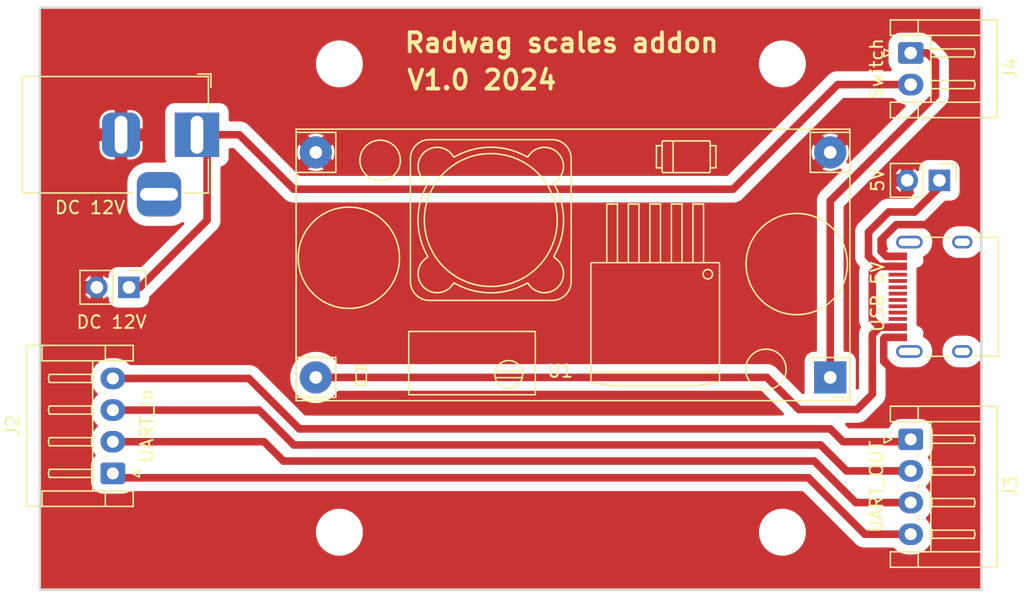
<source format=kicad_pcb>
(kicad_pcb (version 20221018) (generator pcbnew)
  (layers (0 "F.Cu" signal) (31 "B.Cu" signal) (34 "B.Paste" user) (35 "F.Paste" user) (36 "B.SilkS" user "B.Silkscreen") (37 "F.SilkS" user "F.Silkscreen") (38 "B.Mask" user) (39 "F.Mask" user) (44 "Edge.Cuts" user))
  (net 0 "")
  (net 1 "+12V")
  (net 2 "GND")
  (net 3 "/UART_1")
  (net 4 "/UART_2")
  (net 5 "/UART_3")
  (net 6 "/UART_4")
  (net 7 "/+12V_SW")
  (net 8 "+5V")
  (footprint "--local:USB_C_Receptacle_HRO_TYPE-C-31-M-12" (layer "F.Cu") (at 136.735 58.4 90)
    (fp_text reference "USB 5V" (at 0 -4.22 90) (layer "F.SilkS"))
    (fp_text value "TYPE-C-31-M-12")
    (fp_line (start -4.7 -0.475) (end -4.7 1.525) (stroke (width 0.12)) (layer "F.SilkS"))
    (fp_line (start -4.7 3.425) (end -4.7 5.325) (stroke (width 0.12)) (layer "F.SilkS"))
    (fp_line (start -4.7 5.325) (end 4.7 5.325) (stroke (width 0.12)) (layer "F.SilkS"))
    (fp_line (start 4.7 -0.475) (end 4.7 1.525) (stroke (width 0.12)) (layer "F.SilkS"))
    (fp_line (start 4.7 3.425) (end 4.7 5.325) (stroke (width 0.12)) (layer "F.SilkS"))
    (pad "" np_thru_hole circle (at -2.89 -1.175 90) (size 0.65 0.65) (drill 0.65) (layers "*.Cu" "*.Mask"))
    (pad "" np_thru_hole circle (at 2.89 -1.175 90) (size 0.65 0.65) (drill 0.65) (layers "*.Cu" "*.Mask"))
    (pad "A1" smd rect (at -3.2 -2.62 90) (size 0.6 1.45) (layers "F.Cu" "F.Paste" "F.Mask") (net 2 "GND"))
    (pad "A4" smd rect (at -2.4 -2.62 90) (size 0.6 1.45) (layers "F.Cu" "F.Paste" "F.Mask") (net 8 "+5V"))
    (pad "A5" smd rect (at -1.25 -2.62 90) (size 0.3 1.45) (layers "F.Cu" "F.Paste" "F.Mask"))
    (pad "A6" smd rect (at -0.25 -2.62 90) (size 0.3 1.45) (layers "F.Cu" "F.Paste" "F.Mask"))
    (pad "A7" smd rect (at 0.25 -2.62 90) (size 0.3 1.45) (layers "F.Cu" "F.Paste" "F.Mask"))
    (pad "A8" smd rect (at 1.25 -2.62 90) (size 0.3 1.45) (layers "F.Cu" "F.Paste" "F.Mask"))
    (pad "A9" smd rect (at 2.4 -2.62 90) (size 0.6 1.45) (layers "F.Cu" "F.Paste" "F.Mask") (net 8 "+5V"))
    (pad "A12" smd rect (at 3.2 -2.62 90) (size 0.6 1.45) (layers "F.Cu" "F.Paste" "F.Mask") (net 2 "GND"))
    (pad "B1" smd rect (at 3.2 -2.62 90) (size 0.6 1.45) (layers "F.Cu" "F.Paste" "F.Mask") (net 2 "GND"))
    (pad "B4" smd rect (at 2.4 -2.62 90) (size 0.6 1.45) (layers "F.Cu" "F.Paste" "F.Mask") (net 8 "+5V"))
    (pad "B5" smd rect (at 1.75 -2.62 90) (size 0.3 1.45) (layers "F.Cu" "F.Paste" "F.Mask"))
    (pad "B6" smd rect (at 0.75 -2.62 90) (size 0.3 1.45) (layers "F.Cu" "F.Paste" "F.Mask"))
    (pad "B7" smd rect (at -0.75 -2.62 90) (size 0.3 1.45) (layers "F.Cu" "F.Paste" "F.Mask"))
    (pad "B8" smd rect (at -1.75 -2.62 90) (size 0.3 1.45) (layers "F.Cu" "F.Paste" "F.Mask"))
    (pad "B9" smd rect (at -2.4 -2.62 90) (size 0.6 1.45) (layers "F.Cu" "F.Paste" "F.Mask") (net 8 "+5V"))
    (pad "B12" smd rect (at -3.2 -2.62 90) (size 0.6 1.45) (layers "F.Cu" "F.Paste" "F.Mask") (net 2 "GND"))
    (pad "S1" thru_hole oval (at -4.32 -1.705 90) (size 1 2.1) (drill oval 0.6 1.7) (layers "*.Cu" "*.Mask"))
    (pad "S1" thru_hole oval (at -4.32 2.475 90) (size 1 1.6) (drill oval 0.6 1.2) (layers "*.Cu" "*.Mask"))
    (pad "S1" thru_hole oval (at 4.32 -1.705 90) (size 1 2.1) (drill oval 0.6 1.7) (layers "*.Cu" "*.Mask"))
    (pad "S1" thru_hole oval (at 4.32 2.475 90) (size 1 1.6) (drill oval 0.6 1.2) (layers "*.Cu" "*.Mask"))
  )
  (footprint "Connector_BarrelJack:BarrelJack_Horizontal" (layer "F.Cu") (at 78.75 45.6)
    (fp_text reference "DC 12V" (at -8.45 5.75) (layer "F.SilkS"))
    (fp_text value "Barrel_Jack_MountingPin")
    (fp_line (start -13.8 -4.6) (end 0.9 -4.6) (stroke (width 0.12)) (layer "F.SilkS"))
    (fp_line (start -13.8 4.6) (end -13.8 -4.6) (stroke (width 0.12)) (layer "F.SilkS"))
    (fp_line (start -5 4.6) (end -13.8 4.6) (stroke (width 0.12)) (layer "F.SilkS"))
    (fp_line (start 0.05 -4.8) (end 1.1 -4.8) (stroke (width 0.12)) (layer "F.SilkS"))
    (fp_line (start 0.9 -4.6) (end 0.9 -2) (stroke (width 0.12)) (layer "F.SilkS"))
    (fp_line (start 0.9 1.9) (end 0.9 4.6) (stroke (width 0.12)) (layer "F.SilkS"))
    (fp_line (start 0.9 4.6) (end -1 4.6) (stroke (width 0.12)) (layer "F.SilkS"))
    (fp_line (start 1.1 -3.75) (end 1.1 -4.8) (stroke (width 0.12)) (layer "F.SilkS"))
    (pad "1" thru_hole rect (at 0 0) (size 3.5 3.5) (drill oval 1 3) (layers "*.Cu" "*.Mask") (net 1 "+12V"))
    (pad "2" thru_hole roundrect (at -6 0) (size 3 3.5) (drill oval 1 3) (layers "*.Cu" "*.Mask") (net 2 "GND"))
    (pad "3" thru_hole roundrect (at -3 4.7) (size 3.5 3.5) (drill oval 3 1) (layers "*.Cu" "*.Mask"))
  )
  (footprint "MountingHole:MountingHole_3.2mm_M3" (layer "F.Cu") (at 125 40)
    (fp_text reference "H2")
    (fp_text value "MountingHole")
    (pad "" np_thru_hole circle (at 0 0) (size 3.2 3.2) (drill 3.2) (layers "*.Cu" "*.Mask"))
  )
  (footprint "MountingHole:MountingHole_3.2mm_M3" (layer "F.Cu") (at 90 77)
    (fp_text reference "H3")
    (fp_text value "MountingHole")
    (pad "" np_thru_hole circle (at 0 0) (size 3.2 3.2) (drill 3.2) (layers "*.Cu" "*.Mask"))
  )
  (footprint "Connector_JST:JST_EH_S4B-EH_1x04_P2.50mm_Horizontal" (layer "F.Cu") (at 72.1 72.35 90)
    (fp_text reference "J2" (at 3.75 -7.9 90) (layer "F.SilkS"))
    (fp_text value "UART_In" (at 3.75 2.7 90) (layer "F.SilkS"))
    (fp_line (start -2.61 -6.81) (end 10.11 -6.81) (stroke (width 0.12)) (layer "F.SilkS"))
    (fp_line (start -2.61 -5.59) (end -1.39 -5.59) (stroke (width 0.12)) (layer "F.SilkS"))
    (fp_line (start -2.61 1.61) (end -2.61 -6.81) (stroke (width 0.12)) (layer "F.SilkS"))
    (fp_line (start -1.39 -5.59) (end -1.39 -0.59) (stroke (width 0.12)) (layer "F.SilkS"))
    (fp_line (start -1.39 -1.59) (end 8.89 -1.59) (stroke (width 0.12)) (layer "F.SilkS"))
    (fp_line (start -1.39 -0.59) (end -2.61 -0.59) (stroke (width 0.12)) (layer "F.SilkS"))
    (fp_line (start -1.39 -0.59) (end -1.39 1.61) (stroke (width 0.12)) (layer "F.SilkS"))
    (fp_line (start -1.39 1.61) (end -2.61 1.61) (stroke (width 0.12)) (layer "F.SilkS"))
    (fp_line (start -0.32 -5.01) (end 0 -5.09) (stroke (width 0.12)) (layer "F.SilkS"))
    (fp_line (start -0.32 -1.59) (end -0.32 -5.01) (stroke (width 0.12)) (layer "F.SilkS"))
    (fp_line (start -0.3 2.1) (end 0.3 2.1) (stroke (width 0.12)) (layer "F.SilkS"))
    (fp_line (start 0 -5.09) (end 0.32 -5.01) (stroke (width 0.12)) (layer "F.SilkS"))
    (fp_line (start 0 -1.59) (end -0.32 -1.59) (stroke (width 0.12)) (layer "F.SilkS"))
    (fp_line (start 0 1.5) (end -0.3 2.1) (stroke (width 0.12)) (layer "F.SilkS"))
    (fp_line (start 0.3 2.1) (end 0 1.5) (stroke (width 0.12)) (layer "F.SilkS"))
    (fp_line (start 0.32 -5.01) (end 0.32 -1.59) (stroke (width 0.12)) (layer "F.SilkS"))
    (fp_line (start 0.32 -1.59) (end 0 -1.59) (stroke (width 0.12)) (layer "F.SilkS"))
    (fp_line (start 1.17 -0.59) (end 1.33 -0.59) (stroke (width 0.12)) (layer "F.SilkS"))
    (fp_line (start 2.18 -5.01) (end 2.5 -5.09) (stroke (width 0.12)) (layer "F.SilkS"))
    (fp_line (start 2.18 -1.59) (end 2.18 -5.01) (stroke (width 0.12)) (layer "F.SilkS"))
    (fp_line (start 2.5 -5.09) (end 2.82 -5.01) (stroke (width 0.12)) (layer "F.SilkS"))
    (fp_line (start 2.5 -1.59) (end 2.18 -1.59) (stroke (width 0.12)) (layer "F.SilkS"))
    (fp_line (start 2.82 -5.01) (end 2.82 -1.59) (stroke (width 0.12)) (layer "F.SilkS"))
    (fp_line (start 2.82 -1.59) (end 2.5 -1.59) (stroke (width 0.12)) (layer "F.SilkS"))
    (fp_line (start 3.67 -0.59) (end 3.83 -0.59) (stroke (width 0.12)) (layer "F.SilkS"))
    (fp_line (start 4.68 -5.01) (end 5 -5.09) (stroke (width 0.12)) (layer "F.SilkS"))
    (fp_line (start 4.68 -1.59) (end 4.68 -5.01) (stroke (width 0.12)) (layer "F.SilkS"))
    (fp_line (start 5 -5.09) (end 5.32 -5.01) (stroke (width 0.12)) (layer "F.SilkS"))
    (fp_line (start 5 -1.59) (end 4.68 -1.59) (stroke (width 0.12)) (layer "F.SilkS"))
    (fp_line (start 5.32 -5.01) (end 5.32 -1.59) (stroke (width 0.12)) (layer "F.SilkS"))
    (fp_line (start 5.32 -1.59) (end 5 -1.59) (stroke (width 0.12)) (layer "F.SilkS"))
    (fp_line (start 6.17 -0.59) (end 6.33 -0.59) (stroke (width 0.12)) (layer "F.SilkS"))
    (fp_line (start 7.18 -5.01) (end 7.5 -5.09) (stroke (width 0.12)) (layer "F.SilkS"))
    (fp_line (start 7.18 -1.59) (end 7.18 -5.01) (stroke (width 0.12)) (layer "F.SilkS"))
    (fp_line (start 7.5 -5.09) (end 7.82 -5.01) (stroke (width 0.12)) (layer "F.SilkS"))
    (fp_line (start 7.5 -1.59) (end 7.18 -1.59) (stroke (width 0.12)) (layer "F.SilkS"))
    (fp_line (start 7.82 -5.01) (end 7.82 -1.59) (stroke (width 0.12)) (layer "F.SilkS"))
    (fp_line (start 7.82 -1.59) (end 7.5 -1.59) (stroke (width 0.12)) (layer "F.SilkS"))
    (fp_line (start 8.89 -5.59) (end 8.89 -0.59) (stroke (width 0.12)) (layer "F.SilkS"))
    (fp_line (start 8.89 -0.59) (end 10.11 -0.59) (stroke (width 0.12)) (layer "F.SilkS"))
    (fp_line (start 8.89 1.61) (end 8.89 -0.59) (stroke (width 0.12)) (layer "F.SilkS"))
    (fp_line (start 10.11 -6.81) (end 10.11 1.61) (stroke (width 0.12)) (layer "F.SilkS"))
    (fp_line (start 10.11 -5.59) (end 8.89 -5.59) (stroke (width 0.12)) (layer "F.SilkS"))
    (fp_line (start 10.11 1.61) (end 8.89 1.61) (stroke (width 0.12)) (layer "F.SilkS"))
    (pad "1" thru_hole roundrect (at 0 0 90) (size 1.7 1.95) (drill 0.95) (layers "*.Cu" "*.Mask") (roundrect_rratio 0.147059) (net 3 "/UART_1"))
    (pad "2" thru_hole oval (at 2.5 0 90) (size 1.7 1.95) (drill 0.95) (layers "*.Cu" "*.Mask") (net 4 "/UART_2"))
    (pad "3" thru_hole oval (at 5 0 90) (size 1.7 1.95) (drill 0.95) (layers "*.Cu" "*.Mask") (net 5 "/UART_3"))
    (pad "4" thru_hole oval (at 7.5 0 90) (size 1.7 1.95) (drill 0.95) (layers "*.Cu" "*.Mask") (net 6 "/UART_4"))
  )
  (footprint "Connector_PinHeader_2.54mm:PinHeader_1x02_P2.54mm_Vertical" (layer "F.Cu") (at 73.375 57.65 -90)
    (fp_text reference "DC 12V" (at 2.75 1.375 -180) (layer "F.SilkS"))
    (fp_text value "Power IN")
    (fp_line (start -1.33 -1.33) (end 0 -1.33) (stroke (width 0.12)) (layer "F.SilkS"))
    (fp_line (start -1.33 0) (end -1.33 -1.33) (stroke (width 0.12)) (layer "F.SilkS"))
    (fp_line (start -1.33 1.27) (end -1.33 3.87) (stroke (width 0.12)) (layer "F.SilkS"))
    (fp_line (start -1.33 1.27) (end 1.33 1.27) (stroke (width 0.12)) (layer "F.SilkS"))
    (fp_line (start -1.33 3.87) (end 1.33 3.87) (stroke (width 0.12)) (layer "F.SilkS"))
    (fp_line (start 1.33 1.27) (end 1.33 3.87) (stroke (width 0.12)) (layer "F.SilkS"))
    (pad "1" thru_hole rect (at 0 0 270) (size 1.7 1.7) (drill 1) (layers "*.Cu" "*.Mask") (net 1 "+12V"))
    (pad "2" thru_hole oval (at 0 2.54 270) (size 1.7 1.7) (drill 1) (layers "*.Cu" "*.Mask") (net 2 "GND"))
  )
  (footprint "Connector_PinHeader_2.54mm:PinHeader_1x02_P2.54mm_Vertical" (layer "F.Cu") (at 137.4 49.2 -90)
    (fp_text reference "J5")
    (fp_text value "5V" (at 0 4.87 -90) (layer "F.SilkS"))
    (fp_line (start -1.33 -1.33) (end 0 -1.33) (stroke (width 0.12)) (layer "F.SilkS"))
    (fp_line (start -1.33 0) (end -1.33 -1.33) (stroke (width 0.12)) (layer "F.SilkS"))
    (fp_line (start -1.33 1.27) (end -1.33 3.87) (stroke (width 0.12)) (layer "F.SilkS"))
    (fp_line (start -1.33 1.27) (end 1.33 1.27) (stroke (width 0.12)) (layer "F.SilkS"))
    (fp_line (start -1.33 3.87) (end 1.33 3.87) (stroke (width 0.12)) (layer "F.SilkS"))
    (fp_line (start 1.33 1.27) (end 1.33 3.87) (stroke (width 0.12)) (layer "F.SilkS"))
    (pad "1" thru_hole rect (at 0 0 270) (size 1.7 1.7) (drill 1) (layers "*.Cu" "*.Mask") (net 8 "+5V"))
    (pad "2" thru_hole oval (at 0 2.54 270) (size 1.7 1.7) (drill 1) (layers "*.Cu" "*.Mask") (net 2 "GND"))
  )
  (footprint "MountingHole:MountingHole_3.2mm_M3" (layer "F.Cu") (at 125 77)
    (fp_text reference "H4")
    (fp_text value "MountingHole")
    (pad "" np_thru_hole circle (at 0 0) (size 3.2 3.2) (drill 3.2) (layers "*.Cu" "*.Mask"))
  )
  (footprint "--local:YAAJ_DCDC_StepDown_LM2596" (layer "F.Cu") (at 128.778 64.77 180)
    (fp_text reference "U1" (at 21.336 0.508) (layer "F.SilkS"))
    (fp_text value "YAAJ_DCDC_StepDown_LM2596")
    (fp_line (start -1.555 -1.835) (end -1.555 19.615) (stroke (width 0.12)) (layer "F.SilkS"))
    (fp_line (start -1.555 19.615) (end 42.195 19.615) (stroke (width 0.12)) (layer "F.SilkS"))
    (fp_line (start -1.55 -1.58) (end -0.25 -1.58) (stroke (width 0.12)) (layer "F.SilkS"))
    (fp_line (start -1.55 1.575) (end 1.58 1.58) (stroke (width 0.12)) (layer "F.SilkS"))
    (fp_line (start -1.55 16.2) (end 1.58 16.2) (stroke (width 0.12)) (layer "F.SilkS"))
    (fp_line (start -1.55 19.36) (end 1.58 19.36) (stroke (width 0.12)) (layer "F.SilkS"))
    (fp_line (start 1.58 1.27) (end 1.58 1.58) (stroke (width 0.12)) (layer "F.SilkS"))
    (fp_line (start 1.58 16.2) (end 1.58 19.36) (stroke (width 0.12)) (layer "F.SilkS"))
    (fp_line (start 8.749233 1.004149) (end 8.749233 1.165687) (stroke (width 0.12)) (layer "F.SilkS"))
    (fp_line (start 8.750233 -0.36239) (end 10.400233 -0.653329) (stroke (width 0.12)) (layer "F.SilkS"))
    (fp_line (start 8.750233 8.989106) (end 8.750233 -0.36239) (stroke (width 0.12)) (layer "F.SilkS"))
    (fp_line (start 8.750233 8.989106) (end 8.827797 9.06667) (stroke (width 0.12)) (layer "F.SilkS"))
    (fp_line (start 8.827797 9.06667) (end 18.83267 9.06667) (stroke (width 0.12)) (layer "F.SilkS"))
    (fp_line (start 9.031636 16.558217) (end 9.481636 16.558217) (stroke (width 0.12)) (layer "F.SilkS"))
    (fp_line (start 9.031636 18.308217) (end 9.031636 16.558217) (stroke (width 0.12)) (layer "F.SilkS"))
    (fp_line (start 9.481636 18.308217) (end 9.031636 18.308217) (stroke (width 0.12)) (layer "F.SilkS"))
    (fp_line (start 9.481636 18.583217) (end 9.481636 16.283217) (stroke (width 0.12)) (layer "F.SilkS"))
    (fp_line (start 9.581636 16.183217) (end 13.181636 16.183217) (stroke (width 0.12)) (layer "F.SilkS"))
    (fp_line (start 10.010233 13.69667) (end 10.010233 9.06667) (stroke (width 0.12)) (layer "F.SilkS"))
    (fp_line (start 10.010233 13.69667) (end 10.850233 13.69667) (stroke (width 0.12)) (layer "F.SilkS"))
    (fp_line (start 10.400233 -0.653329) (end 17.260233 -0.653329) (stroke (width 0.12)) (layer "F.SilkS"))
    (fp_line (start 10.850233 13.69667) (end 10.850233 9.06667) (stroke (width 0.12)) (layer "F.SilkS"))
    (fp_line (start 11.710233 13.69667) (end 11.710233 9.06667) (stroke (width 0.12)) (layer "F.SilkS"))
    (fp_line (start 11.710233 13.69667) (end 12.550233 13.69667) (stroke (width 0.12)) (layer "F.SilkS"))
    (fp_line (start 12.411358 16.283217) (end 12.411358 18.583217) (stroke (width 0.12)) (layer "F.SilkS"))
    (fp_line (start 12.550233 13.69667) (end 12.550233 9.06667) (stroke (width 0.12)) (layer "F.SilkS"))
    (fp_line (start 13.181636 18.683217) (end 9.581636 18.683217) (stroke (width 0.12)) (layer "F.SilkS"))
    (fp_line (start 13.281636 16.283217) (end 13.281636 18.583217) (stroke (width 0.12)) (layer "F.SilkS"))
    (fp_line (start 13.281636 16.558217) (end 13.731636 16.558217) (stroke (width 0.12)) (layer "F.SilkS"))
    (fp_line (start 13.282636 16.794696) (end 13.282636 16.700144) (stroke (width 0.12)) (layer "F.SilkS"))
    (fp_line (start 13.410233 13.69667) (end 13.410233 9.06667) (stroke (width 0.12)) (layer "F.SilkS"))
    (fp_line (start 13.410233 13.69667) (end 14.250233 13.69667) (stroke (width 0.12)) (layer "F.SilkS"))
    (fp_line (start 13.731636 16.558217) (end 13.731636 18.308217) (stroke (width 0.12)) (layer "F.SilkS"))
    (fp_line (start 13.731636 18.308217) (end 13.281636 18.308217) (stroke (width 0.12)) (layer "F.SilkS"))
    (fp_line (start 14.250233 13.69667) (end 14.250233 9.06667) (stroke (width 0.12)) (layer "F.SilkS"))
    (fp_line (start 15.110233 13.69667) (end 15.110233 9.06667) (stroke (width 0.12)) (layer "F.SilkS"))
    (fp_line (start 15.110233 13.69667) (end 15.950233 13.69667) (stroke (width 0.12)) (layer "F.SilkS"))
    (fp_line (start 15.950233 13.69667) (end 15.950233 9.06667) (stroke (width 0.12)) (layer "F.SilkS"))
    (fp_line (start 16.810233 13.69667) (end 16.810233 9.06667) (stroke (width 0.12)) (layer "F.SilkS"))
    (fp_line (start 16.810233 13.69667) (end 17.650233 13.69667) (stroke (width 0.12)) (layer "F.SilkS"))
    (fp_line (start 17.260233 -0.653329) (end 18.910233 -0.36239) (stroke (width 0.12)) (layer "F.SilkS"))
    (fp_line (start 17.650233 13.69667) (end 17.650233 9.06667) (stroke (width 0.12)) (layer "F.SilkS"))
    (fp_line (start 18.83267 9.06667) (end 18.910233 8.989106) (stroke (width 0.12)) (layer "F.SilkS"))
    (fp_line (start 18.910233 0.42667) (end 8.750233 0.42667) (stroke (width 0.12)) (layer "F.SilkS"))
    (fp_line (start 18.910233 8.989106) (end 18.910233 -0.36239) (stroke (width 0.12)) (layer "F.SilkS"))
    (fp_line (start 20.467397 7.585796) (end 20.467397 17.285796) (stroke (width 0.12)) (layer "F.SilkS"))
    (fp_line (start 21.967397 18.785796) (end 31.667397 18.785796) (stroke (width 0.12)) (layer "F.SilkS"))
    (fp_line (start 23.299783 3.582294) (end 23.299783 -1.317705) (stroke (width 0.12)) (layer "F.SilkS"))
    (fp_line (start 23.349783 -1.367705) (end 33.249783 -1.367705) (stroke (width 0.12)) (layer "F.SilkS"))
    (fp_line (start 24.336385 -0.0491) (end 24.360553 -0.017705) (stroke (width 0.12)) (layer "F.SilkS"))
    (fp_line (start 24.348594 0.007294) (end 24.324147 0.002062) (stroke (width 0.12)) (layer "F.SilkS"))
    (fp_line (start 24.348594 0.007294) (end 24.355764 -0.023925) (stroke (width 0.12)) (layer "F.SilkS"))
    (fp_line (start 24.348594 0.007294) (end 24.360553 -0.017705) (stroke (width 0.12)) (layer "F.SilkS"))
    (fp_line (start 24.360553 0.482294) (end 26.439014 0.482294) (stroke (width 0.12)) (layer "F.SilkS"))
    (fp_line (start 26.439014 -0.017705) (end 24.360553 -0.017705) (stroke (width 0.12)) (layer "F.SilkS"))
    (fp_line (start 31.667397 6.085796) (end 21.967397 6.085796) (stroke (width 0.12)) (layer "F.SilkS"))
    (fp_line (start 31.858978 -1.368705) (end 31.814106 -1.368705) (stroke (width 0.12)) (layer "F.SilkS"))
    (fp_line (start 31.942312 -1.368705) (end 31.908357 -1.368705) (stroke (width 0.12)) (layer "F.SilkS"))
    (fp_line (start 33.167397 17.285796) (end 33.167397 7.585796) (stroke (width 0.12)) (layer "F.SilkS"))
    (fp_line (start 33.249783 3.632294) (end 23.349783 3.632294) (stroke (width 0.12)) (layer "F.SilkS"))
    (fp_line (start 33.299783 -1.317705) (end 33.299783 3.582294) (stroke (width 0.12)) (layer "F.SilkS"))
    (fp_line (start 36.648681 -0.299704) (end 37.448681 -0.299704) (stroke (width 0.12)) (layer "F.SilkS"))
    (fp_line (start 36.648681 0.980295) (end 36.648681 -0.619704) (stroke (width 0.12)) (layer "F.SilkS"))
    (fp_line (start 37.448681 -0.619704) (end 36.648681 -0.619704) (stroke (width 0.12)) (layer "F.SilkS"))
    (fp_line (start 37.448681 -0.619704) (end 37.448681 0.980295) (stroke (width 0.12)) (layer "F.SilkS"))
    (fp_line (start 37.448681 0.660295) (end 36.648681 0.660295) (stroke (width 0.12)) (layer "F.SilkS"))
    (fp_line (start 37.448681 0.980295) (end 36.648681 0.980295) (stroke (width 0.12)) (layer "F.SilkS"))
    (fp_line (start 39.06 -1.58) (end 42.175 -1.58) (stroke (width 0.12)) (layer "F.SilkS"))
    (fp_line (start 39.06 1.58) (end 39.06 -1.58) (stroke (width 0.12)) (layer "F.SilkS"))
    (fp_line (start 39.06 1.58) (end 42.22 1.58) (stroke (width 0.12)) (layer "F.SilkS"))
    (fp_line (start 39.06 16.2) (end 42.175 16.2) (stroke (width 0.12)) (layer "F.SilkS"))
    (fp_line (start 39.06 19.36) (end 39.06 16.2) (stroke (width 0.12)) (layer "F.SilkS"))
    (fp_line (start 39.06 19.36) (end 42.175 19.36) (stroke (width 0.12)) (layer "F.SilkS"))
    (fp_line (start 42.195 -1.835) (end -1.555 -1.835) (stroke (width 0.12)) (layer "F.SilkS"))
    (fp_line (start 42.195 19.615) (end 42.195 -1.835) (stroke (width 0.12)) (layer "F.SilkS"))
    (fp_arc (start 9.481636 16.283217) (mid 9.510921 16.212508) (end 9.581636 16.183217) (stroke (width 0.12)) (layer "F.SilkS"))
    (fp_arc (start 9.581636 18.683217) (mid 9.510931 18.653935) (end 9.481636 18.583217) (stroke (width 0.12)) (layer "F.SilkS"))
    (fp_arc (start 13.181636 16.183217) (mid 13.252353 16.212514) (end 13.281636 16.283217) (stroke (width 0.12)) (layer "F.SilkS"))
    (fp_arc (start 13.281636 18.583217) (mid 13.252343 18.653929) (end 13.181636 18.683217) (stroke (width 0.12)) (layer "F.SilkS"))
    (fp_arc (start 20.467397 7.585796) (mid 20.906738 6.525137) (end 21.967397 6.085796) (stroke (width 0.12)) (layer "F.SilkS"))
    (fp_arc (start 21.781131 9.46601) (mid 21.825179 9.52623) (end 21.815218 9.600183) (stroke (width 0.12)) (layer "F.SilkS"))
    (fp_arc (start 21.781132 9.466011) (mid 21.514101 7.132501) (end 23.847611 7.399531) (stroke (width 0.12)) (layer "F.SilkS"))
    (fp_arc (start 21.815217 15.271409) (mid 21.825126 15.345337) (end 21.781132 15.405582) (stroke (width 0.12)) (layer "F.SilkS"))
    (fp_arc (start 21.815218 15.27141) (mid 21.067399 12.435797) (end 21.815218 9.600183) (stroke (width 0.12)) (layer "F.SilkS"))
    (fp_arc (start 21.967397 18.785796) (mid 20.90674 18.346455) (end 20.467397 17.285796) (stroke (width 0.12)) (layer "F.SilkS"))
    (fp_arc (start 23.299783 -1.317705) (mid 23.314428 -1.353063) (end 23.349783 -1.367705) (stroke (width 0.12)) (layer "F.SilkS"))
    (fp_arc (start 23.349783 3.632294) (mid 23.314441 3.617643) (end 23.299783 3.582294) (stroke (width 0.12)) (layer "F.SilkS"))
    (fp_arc (start 23.847611 17.472062) (mid 21.514153 17.739048) (end 21.781132 15.405582) (stroke (width 0.12)) (layer "F.SilkS"))
    (fp_arc (start 23.847611 17.472062) (mid 23.907835 17.428062) (end 23.981783 17.437976) (stroke (width 0.12)) (layer "F.SilkS"))
    (fp_arc (start 23.981783 7.433617) (mid 23.907854 7.443509) (end 23.847611 7.399531) (stroke (width 0.12)) (layer "F.SilkS"))
    (fp_arc (start 23.981784 7.433617) (mid 26.817398 6.685796) (end 29.653011 7.433617) (stroke (width 0.12)) (layer "F.SilkS"))
    (fp_arc (start 24.324148 0.462527) (mid 26.469639 -0.023582) (end 24.336385 0.51369) (stroke (width 0.12)) (layer "F.SilkS"))
    (fp_arc (start 29.653011 17.437976) (mid 26.817397 18.185797) (end 23.981783 17.437976) (stroke (width 0.12)) (layer "F.SilkS"))
    (fp_arc (start 29.653011 17.437976) (mid 29.726938 17.428069) (end 29.787183 17.472062) (stroke (width 0.12)) (layer "F.SilkS"))
    (fp_arc (start 29.787183 7.399531) (mid 29.726945 7.443551) (end 29.653011 7.433617) (stroke (width 0.12)) (layer "F.SilkS"))
    (fp_arc (start 29.787183 7.399531) (mid 32.120655 7.132547) (end 31.853662 9.466011) (stroke (width 0.12)) (layer "F.SilkS"))
    (fp_arc (start 31.667397 6.085796) (mid 32.728061 6.525135) (end 33.167397 7.585796) (stroke (width 0.12)) (layer "F.SilkS"))
    (fp_arc (start 31.819576 9.600183) (mid 32.567399 12.435797) (end 31.819576 15.27141) (stroke (width 0.12)) (layer "F.SilkS"))
    (fp_arc (start 31.819577 9.600184) (mid 31.809685 9.526255) (end 31.853662 9.466011) (stroke (width 0.12)) (layer "F.SilkS"))
    (fp_arc (start 31.853662 15.405582) (mid 32.120701 17.739101) (end 29.787183 17.472062) (stroke (width 0.12)) (layer "F.SilkS"))
    (fp_arc (start 31.853663 15.405583) (mid 31.809646 15.345344) (end 31.819576 15.27141) (stroke (width 0.12)) (layer "F.SilkS"))
    (fp_arc (start 33.167397 17.285796) (mid 32.728058 18.346458) (end 31.667397 18.785796) (stroke (width 0.12)) (layer "F.SilkS"))
    (fp_arc (start 33.249783 -1.367705) (mid 33.285151 -1.353067) (end 33.299783 -1.317705) (stroke (width 0.12)) (layer "F.SilkS"))
    (fp_arc (start 33.299783 3.582294) (mid 33.285139 3.617647) (end 33.249783 3.632294) (stroke (width 0.12)) (layer "F.SilkS"))
    (fp_circle (center 2.646666 8.957418) (end 6.646666 8.957418) (stroke (width 0.12)) (fill none) (layer "F.SilkS"))
    (fp_circle (center 5.08 0.635) (end 6.678999 0.635) (stroke (width 0.12)) (fill none) (layer "F.SilkS"))
    (fp_circle (center 9.673179 8.154594) (end 10.048179 8.154594) (stroke (width 0.12)) (fill none) (layer "F.SilkS"))
    (fp_circle (center 26.817397 12.435796) (end 32.067397 12.435796) (stroke (width 0.12)) (fill none) (layer "F.SilkS"))
    (fp_circle (center 35.56 17.145) (end 37.159 17.145) (stroke (width 0.12)) (fill none) (layer "F.SilkS"))
    (fp_circle (center 38.029307 9.455206) (end 42.029307 9.455206) (stroke (width 0.12)) (fill none) (layer "F.SilkS"))
    (pad "1" thru_hole rect (at 0 0 180) (size 2.54 2.54) (drill 1) (layers "*.Cu" "*.Mask") (net 7 "/+12V_SW"))
    (pad "2" thru_hole circle (at 0 17.78 180) (size 2.54 2.54) (drill 1) (layers "*.Cu" "*.Mask") (net 2 "GND"))
    (pad "3" thru_hole circle (at 40.64 17.78 180) (size 2.54 2.54) (drill 1) (layers "*.Cu" "*.Mask") (net 2 "GND"))
    (pad "4" thru_hole circle (at 40.64 0 180) (size 2.54 2.54) (drill 1) (layers "*.Cu" "*.Mask") (net 8 "+5V"))
  )
  (footprint "Connector_JST:JST_EH_S2B-EH_1x02_P2.50mm_Horizontal" (layer "F.Cu") (at 135.1355 39.136 -90)
    (fp_text reference "J4" (at 1.25 -7.9 90) (layer "F.SilkS"))
    (fp_text value "Switch" (at 1.25 2.7 90) (layer "F.SilkS"))
    (fp_line (start -2.61 -6.81) (end 5.11 -6.81) (stroke (width 0.12)) (layer "F.SilkS"))
    (fp_line (start -2.61 -5.59) (end -1.39 -5.59) (stroke (width 0.12)) (layer "F.SilkS"))
    (fp_line (start -2.61 1.61) (end -2.61 -6.81) (stroke (width 0.12)) (layer "F.SilkS"))
    (fp_line (start -1.39 -5.59) (end -1.39 -0.59) (stroke (width 0.12)) (layer "F.SilkS"))
    (fp_line (start -1.39 -1.59) (end 3.89 -1.59) (stroke (width 0.12)) (layer "F.SilkS"))
    (fp_line (start -1.39 -0.59) (end -2.61 -0.59) (stroke (width 0.12)) (layer "F.SilkS"))
    (fp_line (start -1.39 -0.59) (end -1.39 1.61) (stroke (width 0.12)) (layer "F.SilkS"))
    (fp_line (start -1.39 1.61) (end -2.61 1.61) (stroke (width 0.12)) (layer "F.SilkS"))
    (fp_line (start -0.32 -5.01) (end 0 -5.09) (stroke (width 0.12)) (layer "F.SilkS"))
    (fp_line (start -0.32 -1.59) (end -0.32 -5.01) (stroke (width 0.12)) (layer "F.SilkS"))
    (fp_line (start -0.3 2.1) (end 0.3 2.1) (stroke (width 0.12)) (layer "F.SilkS"))
    (fp_line (start 0 -5.09) (end 0.32 -5.01) (stroke (width 0.12)) (layer "F.SilkS"))
    (fp_line (start 0 -1.59) (end -0.32 -1.59) (stroke (width 0.12)) (layer "F.SilkS"))
    (fp_line (start 0 1.5) (end -0.3 2.1) (stroke (width 0.12)) (layer "F.SilkS"))
    (fp_line (start 0.3 2.1) (end 0 1.5) (stroke (width 0.12)) (layer "F.SilkS"))
    (fp_line (start 0.32 -5.01) (end 0.32 -1.59) (stroke (width 0.12)) (layer "F.SilkS"))
    (fp_line (start 0.32 -1.59) (end 0 -1.59) (stroke (width 0.12)) (layer "F.SilkS"))
    (fp_line (start 1.17 -0.59) (end 1.33 -0.59) (stroke (width 0.12)) (layer "F.SilkS"))
    (fp_line (start 2.18 -5.01) (end 2.5 -5.09) (stroke (width 0.12)) (layer "F.SilkS"))
    (fp_line (start 2.18 -1.59) (end 2.18 -5.01) (stroke (width 0.12)) (layer "F.SilkS"))
    (fp_line (start 2.5 -5.09) (end 2.82 -5.01) (stroke (width 0.12)) (layer "F.SilkS"))
    (fp_line (start 2.5 -1.59) (end 2.18 -1.59) (stroke (width 0.12)) (layer "F.SilkS"))
    (fp_line (start 2.82 -5.01) (end 2.82 -1.59) (stroke (width 0.12)) (layer "F.SilkS"))
    (fp_line (start 2.82 -1.59) (end 2.5 -1.59) (stroke (width 0.12)) (layer "F.SilkS"))
    (fp_line (start 3.89 -5.59) (end 3.89 -0.59) (stroke (width 0.12)) (layer "F.SilkS"))
    (fp_line (start 3.89 -0.59) (end 5.11 -0.59) (stroke (width 0.12)) (layer "F.SilkS"))
    (fp_line (start 3.89 1.61) (end 3.89 -0.59) (stroke (width 0.12)) (layer "F.SilkS"))
    (fp_line (start 5.11 -6.81) (end 5.11 1.61) (stroke (width 0.12)) (layer "F.SilkS"))
    (fp_line (start 5.11 -5.59) (end 3.89 -5.59) (stroke (width 0.12)) (layer "F.SilkS"))
    (fp_line (start 5.11 1.61) (end 3.89 1.61) (stroke (width 0.12)) (layer "F.SilkS"))
    (pad "1" thru_hole roundrect (at 0 0 270) (size 1.7 2) (drill 1) (layers "*.Cu" "*.Mask") (roundrect_rratio 0.147059) (net 7 "/+12V_SW"))
    (pad "2" thru_hole oval (at 2.5 0 270) (size 1.7 2) (drill 1) (layers "*.Cu" "*.Mask") (net 1 "+12V"))
  )
  (footprint "Connector_JST:JST_EH_S4B-EH_1x04_P2.50mm_Horizontal" (layer "F.Cu") (at 135.1355 69.656 -90)
    (fp_text reference "J3" (at 3.75 -7.9 90) (layer "F.SilkS"))
    (fp_text value "UART_OUT" (at 3.75 2.7 90) (layer "F.SilkS"))
    (fp_line (start -2.61 -6.81) (end 10.11 -6.81) (stroke (width 0.12)) (layer "F.SilkS"))
    (fp_line (start -2.61 -5.59) (end -1.39 -5.59) (stroke (width 0.12)) (layer "F.SilkS"))
    (fp_line (start -2.61 1.61) (end -2.61 -6.81) (stroke (width 0.12)) (layer "F.SilkS"))
    (fp_line (start -1.39 -5.59) (end -1.39 -0.59) (stroke (width 0.12)) (layer "F.SilkS"))
    (fp_line (start -1.39 -1.59) (end 8.89 -1.59) (stroke (width 0.12)) (layer "F.SilkS"))
    (fp_line (start -1.39 -0.59) (end -2.61 -0.59) (stroke (width 0.12)) (layer "F.SilkS"))
    (fp_line (start -1.39 -0.59) (end -1.39 1.61) (stroke (width 0.12)) (layer "F.SilkS"))
    (fp_line (start -1.39 1.61) (end -2.61 1.61) (stroke (width 0.12)) (layer "F.SilkS"))
    (fp_line (start -0.32 -5.01) (end 0 -5.09) (stroke (width 0.12)) (layer "F.SilkS"))
    (fp_line (start -0.32 -1.59) (end -0.32 -5.01) (stroke (width 0.12)) (layer "F.SilkS"))
    (fp_line (start -0.3 2.1) (end 0.3 2.1) (stroke (width 0.12)) (layer "F.SilkS"))
    (fp_line (start 0 -5.09) (end 0.32 -5.01) (stroke (width 0.12)) (layer "F.SilkS"))
    (fp_line (start 0 -1.59) (end -0.32 -1.59) (stroke (width 0.12)) (layer "F.SilkS"))
    (fp_line (start 0 1.5) (end -0.3 2.1) (stroke (width 0.12)) (layer "F.SilkS"))
    (fp_line (start 0.3 2.1) (end 0 1.5) (stroke (width 0.12)) (layer "F.SilkS"))
    (fp_line (start 0.32 -5.01) (end 0.32 -1.59) (stroke (width 0.12)) (layer "F.SilkS"))
    (fp_line (start 0.32 -1.59) (end 0 -1.59) (stroke (width 0.12)) (layer "F.SilkS"))
    (fp_line (start 1.17 -0.59) (end 1.33 -0.59) (stroke (width 0.12)) (layer "F.SilkS"))
    (fp_line (start 2.18 -5.01) (end 2.5 -5.09) (stroke (width 0.12)) (layer "F.SilkS"))
    (fp_line (start 2.18 -1.59) (end 2.18 -5.01) (stroke (width 0.12)) (layer "F.SilkS"))
    (fp_line (start 2.5 -5.09) (end 2.82 -5.01) (stroke (width 0.12)) (layer "F.SilkS"))
    (fp_line (start 2.5 -1.59) (end 2.18 -1.59) (stroke (width 0.12)) (layer "F.SilkS"))
    (fp_line (start 2.82 -5.01) (end 2.82 -1.59) (stroke (width 0.12)) (layer "F.SilkS"))
    (fp_line (start 2.82 -1.59) (end 2.5 -1.59) (stroke (width 0.12)) (layer "F.SilkS"))
    (fp_line (start 3.67 -0.59) (end 3.83 -0.59) (stroke (width 0.12)) (layer "F.SilkS"))
    (fp_line (start 4.68 -5.01) (end 5 -5.09) (stroke (width 0.12)) (layer "F.SilkS"))
    (fp_line (start 4.68 -1.59) (end 4.68 -5.01) (stroke (width 0.12)) (layer "F.SilkS"))
    (fp_line (start 5 -5.09) (end 5.32 -5.01) (stroke (width 0.12)) (layer "F.SilkS"))
    (fp_line (start 5 -1.59) (end 4.68 -1.59) (stroke (width 0.12)) (layer "F.SilkS"))
    (fp_line (start 5.32 -5.01) (end 5.32 -1.59) (stroke (width 0.12)) (layer "F.SilkS"))
    (fp_line (start 5.32 -1.59) (end 5 -1.59) (stroke (width 0.12)) (layer "F.SilkS"))
    (fp_line (start 6.17 -0.59) (end 6.33 -0.59) (stroke (width 0.12)) (layer "F.SilkS"))
    (fp_line (start 7.18 -5.01) (end 7.5 -5.09) (stroke (width 0.12)) (layer "F.SilkS"))
    (fp_line (start 7.18 -1.59) (end 7.18 -5.01) (stroke (width 0.12)) (layer "F.SilkS"))
    (fp_line (start 7.5 -5.09) (end 7.82 -5.01) (stroke (width 0.12)) (layer "F.SilkS"))
    (fp_line (start 7.5 -1.59) (end 7.18 -1.59) (stroke (width 0.12)) (layer "F.SilkS"))
    (fp_line (start 7.82 -5.01) (end 7.82 -1.59) (stroke (width 0.12)) (layer "F.SilkS"))
    (fp_line (start 7.82 -1.59) (end 7.5 -1.59) (stroke (width 0.12)) (layer "F.SilkS"))
    (fp_line (start 8.89 -5.59) (end 8.89 -0.59) (stroke (width 0.12)) (layer "F.SilkS"))
    (fp_line (start 8.89 -0.59) (end 10.11 -0.59) (stroke (width 0.12)) (layer "F.SilkS"))
    (fp_line (start 8.89 1.61) (end 8.89 -0.59) (stroke (width 0.12)) (layer "F.SilkS"))
    (fp_line (start 10.11 -6.81) (end 10.11 1.61) (stroke (width 0.12)) (layer "F.SilkS"))
    (fp_line (start 10.11 -5.59) (end 8.89 -5.59) (stroke (width 0.12)) (layer "F.SilkS"))
    (fp_line (start 10.11 1.61) (end 8.89 1.61) (stroke (width 0.12)) (layer "F.SilkS"))
    (pad "1" thru_hole roundrect (at 0 0 270) (size 1.7 1.95) (drill 0.95) (layers "*.Cu" "*.Mask") (roundrect_rratio 0.147059) (net 6 "/UART_4"))
    (pad "2" thru_hole oval (at 2.5 0 270) (size 1.7 1.95) (drill 0.95) (layers "*.Cu" "*.Mask") (net 5 "/UART_3"))
    (pad "3" thru_hole oval (at 5 0 270) (size 1.7 1.95) (drill 0.95) (layers "*.Cu" "*.Mask") (net 4 "/UART_2"))
    (pad "4" thru_hole oval (at 7.5 0 270) (size 1.7 1.95) (drill 0.95) (layers "*.Cu" "*.Mask") (net 3 "/UART_1"))
  )
  (footprint "MountingHole:MountingHole_3.2mm_M3" (layer "F.Cu") (at 90 40)
    (fp_text reference "H1")
    (fp_text value "MountingHole")
    (pad "" np_thru_hole circle (at 0 0) (size 3.2 3.2) (drill 3.2) (layers "*.Cu" "*.Mask"))
  )
  (gr_rect (start 66.33 35.56) (end 140.716 81.534) (stroke (width 0.2)) (fill none) (layer "Edge.Cuts"))
  (gr_text "V1.0 2024" (at 95.2 42.15) (layer "F.SilkS") (effects (font (size 1.5 1.5) (thickness 0.3) bold) (justify left bottom)))
  (gr_text "Radwag scales addon " (at 95 39.2) (layer "F.SilkS") (effects (font (size 1.5 1.5) (thickness 0.3) bold) (justify left bottom)))
  (segment (start 73.375 57.65) (end 74.25 57.65) (width 0.6) (layer "F.Cu") (net 1))
  (segment (start 86.4 49.9) (end 121.1 49.9) (width 0.6) (layer "F.Cu") (net 1))
  (segment (start 79.55 46.4) (end 78.75 45.6) (width 0.6) (layer "F.Cu") (net 1))
  (segment (start 79.55 52.35) (end 79.55 46.4) (width 0.6) (layer "F.Cu") (net 1))
  (segment (start 121.1 49.9) (end 129.364 41.636) (width 0.6) (layer "F.Cu") (net 1))
  (segment (start 82.1 45.6) (end 86.4 49.9) (width 0.6) (layer "F.Cu") (net 1))
  (segment (start 78.75 45.6) (end 82.1 45.6) (width 0.6) (layer "F.Cu") (net 1))
  (segment (start 129.364 41.636) (end 135.1355 41.636) (width 0.6) (layer "F.Cu") (net 1))
  (segment (start 74.25 57.65) (end 79.55 52.35) (width 0.6) (layer "F.Cu") (net 1))
  (segment (start 132.8 53.9) (end 133.8 52.9) (width 0.6) (layer "F.Cu") (net 2))
  (segment (start 134.115 61.6) (end 133.1 61.6) (width 0.6) (layer "F.Cu") (net 2))
  (segment (start 133.2 55.2) (end 132.8 54.8) (width 0.6) (layer "F.Cu") (net 2))
  (segment (start 132.8 54.8) (end 132.8 53.9) (width 0.6) (layer "F.Cu") (net 2))
  (segment (start 134.115 55.2) (end 133.2 55.2) (width 0.6) (layer "F.Cu") (net 2))
  (segment (start 133.8 52.9) (end 134 52.7) (width 0.6) (layer "F.Cu") (net 2))
  (segment (start 133 61.7) (end 133 63.5) (width 0.6) (layer "F.Cu") (net 2))
  (segment (start 133.1 61.6) (end 133 61.7) (width 0.6) (layer "F.Cu") (net 2))
  (segment (start 133 63.5) (end 133.4 63.9) (width 0.6) (layer "F.Cu") (net 2))
  (segment (start 134 52.7) (end 136.6 52.7) (width 0.6) (layer "F.Cu") (net 2))
  (segment (start 72.45 72.7) (end 127.056 72.7) (width 0.6) (layer "F.Cu") (net 3))
  (segment (start 127.056 72.7) (end 131.512 77.156) (width 0.6) (layer "F.Cu") (net 3))
  (segment (start 72.1 72.35) (end 72.45 72.7) (width 0.6) (layer "F.Cu") (net 3))
  (segment (start 131.512 77.156) (end 135.1355 77.156) (width 0.6) (layer "F.Cu") (net 3))
  (segment (start 127.508 71.374) (end 130.79 74.656) (width 0.6) (layer "F.Cu") (net 4))
  (segment (start 85.574 71.374) (end 127.508 71.374) (width 0.6) (layer "F.Cu") (net 4))
  (segment (start 72.1 69.85) (end 84.05 69.85) (width 0.6) (layer "F.Cu") (net 4))
  (segment (start 84.05 69.85) (end 85.574 71.374) (width 0.6) (layer "F.Cu") (net 4))
  (segment (start 130.79 74.656) (end 135.1355 74.656) (width 0.6) (layer "F.Cu") (net 4))
  (segment (start 86.404 70.104) (end 128.016 70.104) (width 0.6) (layer "F.Cu") (net 5))
  (segment (start 83.65 67.35) (end 86.404 70.104) (width 0.6) (layer "F.Cu") (net 5))
  (segment (start 130.068 72.156) (end 135.1355 72.156) (width 0.6) (layer "F.Cu") (net 5))
  (segment (start 72.1 67.35) (end 83.65 67.35) (width 0.6) (layer "F.Cu") (net 5))
  (segment (start 128.016 70.104) (end 130.068 72.156) (width 0.6) (layer "F.Cu") (net 5))
  (segment (start 135.1215 72.644) (end 135.1855 72.708) (width 0.6) (layer "F.Cu") (net 5))
  (segment (start 134.9415 69.85) (end 135.1355 69.656) (width 0.6) (layer "F.Cu") (net 6))
  (segment (start 82.85 64.85) (end 86.834 68.834) (width 0.6) (layer "F.Cu") (net 6))
  (segment (start 129.794 69.85) (end 134.9415 69.85) (width 0.6) (layer "F.Cu") (net 6))
  (segment (start 86.834 68.834) (end 128.778 68.834) (width 0.6) (layer "F.Cu") (net 6))
  (segment (start 72.1 64.85) (end 82.85 64.85) (width 0.6) (layer "F.Cu") (net 6))
  (segment (start 128.778 68.834) (end 129.794 69.85) (width 0.6) (layer "F.Cu") (net 6))
  (segment (start 128.778 64.77) (end 128.778 50.822) (width 0.6) (layer "F.Cu") (net 7))
  (segment (start 137.1 42.5) (end 137.1 39.818) (width 0.6) (layer "F.Cu") (net 7))
  (segment (start 128.778 50.822) (end 137.1 42.5) (width 0.6) (layer "F.Cu") (net 7))
  (segment (start 137.1 39.818) (end 136.418 39.136) (width 0.6) (layer "F.Cu") (net 7))
  (segment (start 136.418 39.136) (end 135.3895 39.136) (width 0.6) (layer "F.Cu") (net 7))
  (segment (start 131.8 55.2) (end 131.8 53.3) (width 0.6) (layer "F.Cu") (net 8))
  (segment (start 123.77 64.77) (end 126.3 67.3) (width 0.6) (layer "F.Cu") (net 8))
  (segment (start 133.4 51.7) (end 135.45 51.7) (width 0.6) (layer "F.Cu") (net 8))
  (segment (start 132.7 60.8) (end 132.1 60.2) (width 0.6) (layer "F.Cu") (net 8))
  (segment (start 130.9 67.3) (end 132.1 66.1) (width 0.6) (layer "F.Cu") (net 8))
  (segment (start 88.138 64.77) (end 123.77 64.77) (width 0.6) (layer "F.Cu") (net 8))
  (segment (start 137.4 49.75) (end 137.4 49.2) (width 0.6) (layer "F.Cu") (net 8))
  (segment (start 126.3 67.3) (end 130.9 67.3) (width 0.6) (layer "F.Cu") (net 8))
  (segment (start 132.7 60.8) (end 132.1 61.4) (width 0.6) (layer "F.Cu") (net 8))
  (segment (start 131.8 53.3) (end 133.4 51.7) (width 0.6) (layer "F.Cu") (net 8))
  (segment (start 132.1 60.2) (end 132.1 56.5) (width 0.6) (layer "F.Cu") (net 8))
  (segment (start 134.115 56) (end 132.6 56) (width 0.6) (layer "F.Cu") (net 8))
  (segment (start 135.45 51.7) (end 137.4 49.75) (width 0.6) (layer "F.Cu") (net 8))
  (segment (start 137.4 49.2) (end 137.675 49.2) (width 0.6) (layer "F.Cu") (net 8))
  (segment (start 132.6 56) (end 132.1 56.5) (width 0.6) (layer "F.Cu") (net 8))
  (segment (start 132.6 56) (end 131.8 55.2) (width 0.6) (layer "F.Cu") (net 8))
  (segment (start 132.1 66.1) (end 132.1 61.4) (width 0.6) (layer "F.Cu") (net 8))
  (segment (start 134.115 60.8) (end 132.7 60.8) (width 0.6) (layer "F.Cu") (net 8))
  (zone (net 2) (net_name "GND") (layer "F.Cu") (connect_pads (clearance 0.75)) (min_thickness 0.25) (fill yes (thermal_gap 0.2) (thermal_bridge_width 1))
    (polygon (pts (xy 66.4 35.6) (xy 66.3 81.534) (xy 140.716 81.534) (xy 140.716 35.56)))
  )
)
</source>
